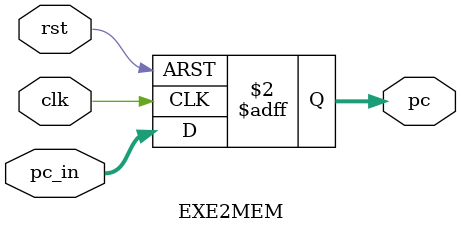
<source format=v>
module EXE2MEM (input clk, rst, input[31: 0] pc_in, output reg[31: 0] pc);

  always @ (posedge clk, posedge rst) begin

    if (rst) begin
      pc <= 32'b 0;
    end
    else begin
      pc <= pc_in;
    end

  end

endmodule // EXE2MEM

</source>
